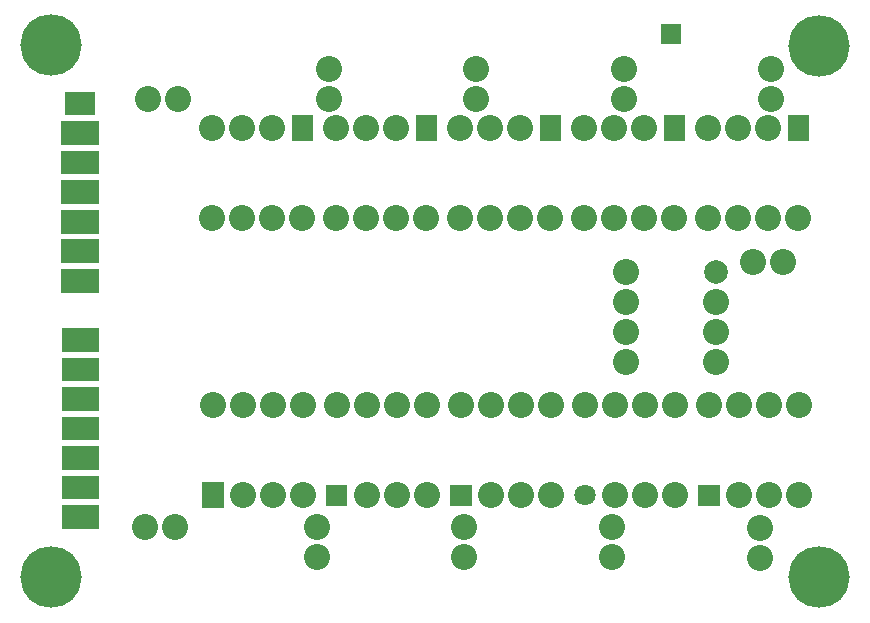
<source format=gbs>
G04 Layer: BottomSolderMaskLayer*
G04 EasyEDA v6.4.25, 2021-10-09T05:44:53+02:00*
G04 3c18a9597c8044bdbc100f5c1c0a61b4,11806c6667b54f078b534f3636c84428,10*
G04 Gerber Generator version 0.2*
G04 Scale: 100 percent, Rotated: No, Reflected: No *
G04 Dimensions in millimeters *
G04 leading zeros omitted , absolute positions ,4 integer and 5 decimal *
%FSLAX45Y45*%
%MOMM*%

%ADD28C,2.2032*%
%ADD30C,1.8034*%
%ADD31C,2.0032*%
%ADD32C,5.2032*%

%LPD*%
G36*
X5413502Y4763515D02*
G01*
X5413502Y4936236D01*
X5586222Y4936236D01*
X5586222Y4763515D01*
G37*
G36*
X339852Y2161539D02*
G01*
X339852Y2361692D01*
X660400Y2361692D01*
X660400Y2161539D01*
G37*
G36*
X339852Y1911350D02*
G01*
X339852Y2111502D01*
X660400Y2111502D01*
X660400Y1911350D01*
G37*
G36*
X339852Y1661413D02*
G01*
X339852Y1861565D01*
X660400Y1861565D01*
X660400Y1661413D01*
G37*
G36*
X339852Y1411478D02*
G01*
X339852Y1611629D01*
X660400Y1611629D01*
X660400Y1411478D01*
G37*
G36*
X339852Y1161542D02*
G01*
X339852Y1361694D01*
X660400Y1361694D01*
X660400Y1161542D01*
G37*
G36*
X339852Y911352D02*
G01*
X339852Y1111504D01*
X660400Y1111504D01*
X660400Y911352D01*
G37*
G36*
X339852Y661415D02*
G01*
X339852Y861568D01*
X660400Y861568D01*
X660400Y661415D01*
G37*
G36*
X364744Y4161536D02*
G01*
X364744Y4361687D01*
X624839Y4361687D01*
X624839Y4161536D01*
G37*
G36*
X334518Y3911345D02*
G01*
X334518Y4111497D01*
X655065Y4111497D01*
X655065Y3911345D01*
G37*
G36*
X334518Y3661410D02*
G01*
X334518Y3861562D01*
X655065Y3861562D01*
X655065Y3661410D01*
G37*
G36*
X334518Y3411473D02*
G01*
X334518Y3611626D01*
X655065Y3611626D01*
X655065Y3411473D01*
G37*
G36*
X334518Y3161537D02*
G01*
X334518Y3361689D01*
X655065Y3361689D01*
X655065Y3161537D01*
G37*
G36*
X334518Y2911347D02*
G01*
X334518Y3111500D01*
X655065Y3111500D01*
X655065Y2911347D01*
G37*
G36*
X334518Y2661412D02*
G01*
X334518Y2861563D01*
X655065Y2861563D01*
X655065Y2661412D01*
G37*
G36*
X1530604Y835913D02*
G01*
X1530604Y1056386D01*
X1710943Y1056386D01*
X1710943Y835913D01*
G37*
D28*
G01*
X1874774Y946150D03*
G01*
X2128774Y946150D03*
G01*
X2382774Y946150D03*
G01*
X2382774Y1708150D03*
G01*
X2128774Y1708150D03*
G01*
X1874774Y1708150D03*
G01*
X1620774Y1708150D03*
G36*
X2580386Y855979D02*
G01*
X2580386Y1036320D01*
X2760725Y1036320D01*
X2760725Y855979D01*
G37*
G01*
X2924556Y946150D03*
G01*
X3178556Y946150D03*
G01*
X3432556Y946150D03*
G01*
X3432556Y1708150D03*
G01*
X3178556Y1708150D03*
G01*
X2924556Y1708150D03*
G01*
X2670556Y1708150D03*
G36*
X3630422Y855979D02*
G01*
X3630422Y1036320D01*
X3810761Y1036320D01*
X3810761Y855979D01*
G37*
G01*
X3974591Y946150D03*
G01*
X4228591Y946150D03*
G01*
X4482591Y946150D03*
G01*
X4482591Y1708150D03*
G01*
X4228591Y1708150D03*
G01*
X3974591Y1708150D03*
G01*
X3720591Y1708150D03*
D30*
G01*
X4771390Y945642D03*
D28*
G01*
X5025390Y945642D03*
G01*
X5279390Y945642D03*
G01*
X5533390Y945642D03*
G01*
X5533390Y1707642D03*
G01*
X5279390Y1707642D03*
G01*
X5025390Y1707642D03*
G01*
X4771390Y1707642D03*
G01*
X1048004Y674623D03*
G01*
X1302004Y674623D03*
G01*
X2501138Y676910D03*
G01*
X2501138Y422910D03*
G01*
X3751072Y676910D03*
G01*
X3751072Y422910D03*
G01*
X5001006Y419100D03*
G01*
X5001006Y673100D03*
G01*
X5880608Y2070862D03*
G01*
X5880608Y2324862D03*
G01*
X5880608Y2578862D03*
D31*
G01*
X5880608Y2832862D03*
D28*
G01*
X5118608Y2832862D03*
G01*
X5118608Y2578862D03*
G01*
X5118608Y2324862D03*
G01*
X5118608Y2070862D03*
G36*
X6488938Y3943857D02*
G01*
X6488938Y4164329D01*
X6669277Y4164329D01*
X6669277Y3943857D01*
G37*
G01*
X6325108Y4054094D03*
G01*
X6071108Y4054094D03*
G01*
X5817108Y4054094D03*
G01*
X5817108Y3292094D03*
G01*
X6071108Y3292094D03*
G01*
X6325108Y3292094D03*
G01*
X6579108Y3292094D03*
G36*
X5438902Y3943857D02*
G01*
X5438902Y4164329D01*
X5619241Y4164329D01*
X5619241Y3943857D01*
G37*
G01*
X5275072Y4054094D03*
G01*
X5021072Y4054094D03*
G01*
X4767072Y4054094D03*
G01*
X4767072Y3292094D03*
G01*
X5021072Y3292094D03*
G01*
X5275072Y3292094D03*
G01*
X5529072Y3292094D03*
G36*
X4388104Y3943857D02*
G01*
X4388104Y4164329D01*
X4568443Y4164329D01*
X4568443Y3943857D01*
G37*
G01*
X4224274Y4054094D03*
G01*
X3970274Y4054094D03*
G01*
X3716274Y4054094D03*
G01*
X3716274Y3292094D03*
G01*
X3970274Y3292094D03*
G01*
X4224274Y3292094D03*
G01*
X4478274Y3292094D03*
G36*
X3338068Y3943857D02*
G01*
X3338068Y4164329D01*
X3518408Y4164329D01*
X3518408Y3943857D01*
G37*
G01*
X3174238Y4054094D03*
G01*
X2920238Y4054094D03*
G01*
X2666238Y4054094D03*
G01*
X2666238Y3292094D03*
G01*
X2920238Y3292094D03*
G01*
X3174238Y3292094D03*
G01*
X3428238Y3292094D03*
G36*
X2288286Y3943350D02*
G01*
X2288286Y4163821D01*
X2468625Y4163821D01*
X2468625Y3943350D01*
G37*
G01*
X2124456Y4053586D03*
G01*
X1870456Y4053586D03*
G01*
X1616456Y4053586D03*
G01*
X1616456Y3291586D03*
G01*
X1870456Y3291586D03*
G01*
X2124456Y3291586D03*
G01*
X2378456Y3291586D03*
G36*
X5731002Y855471D02*
G01*
X5731002Y1035812D01*
X5911341Y1035812D01*
X5911341Y855471D01*
G37*
G01*
X6075172Y945642D03*
G01*
X6329172Y945642D03*
G01*
X6583172Y945642D03*
G01*
X6583172Y1707642D03*
G01*
X6329172Y1707642D03*
G01*
X6075172Y1707642D03*
G01*
X5821172Y1707642D03*
G01*
X6250940Y418592D03*
G01*
X6250940Y672592D03*
G01*
X6452108Y2924555D03*
G01*
X6198108Y2924555D03*
G01*
X6349238Y4298187D03*
G01*
X6349238Y4552187D03*
G01*
X5099558Y4297679D03*
G01*
X5099558Y4551679D03*
G01*
X3851147Y4297171D03*
G01*
X3851147Y4551171D03*
G01*
X2600706Y4555744D03*
G01*
X2600706Y4301744D03*
G01*
X1326388Y4300981D03*
G01*
X1072387Y4300981D03*
D32*
G01*
X6750050Y4750054D03*
G01*
X6750050Y249936D03*
G01*
X254254Y4754879D03*
G01*
X254254Y255015D03*
M02*

</source>
